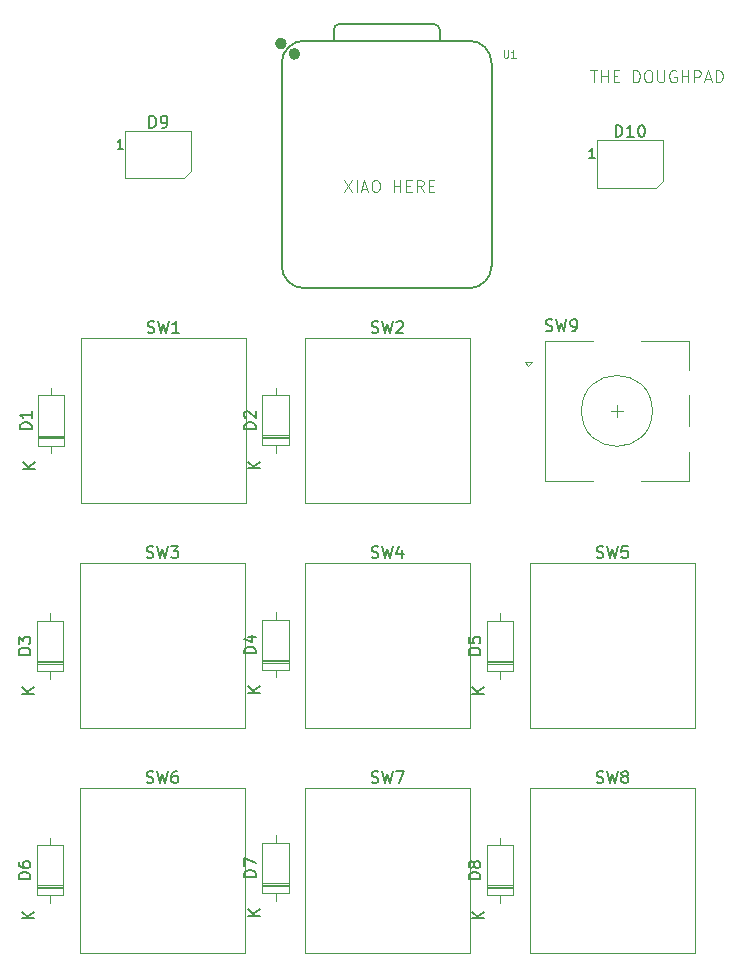
<source format=gbr>
%TF.GenerationSoftware,KiCad,Pcbnew,9.0.3*%
%TF.CreationDate,2025-08-10T10:47:53+08:00*%
%TF.ProjectId,HackPad Schematic,4861636b-5061-4642-9053-6368656d6174,rev?*%
%TF.SameCoordinates,Original*%
%TF.FileFunction,Legend,Top*%
%TF.FilePolarity,Positive*%
%FSLAX46Y46*%
G04 Gerber Fmt 4.6, Leading zero omitted, Abs format (unit mm)*
G04 Created by KiCad (PCBNEW 9.0.3) date 2025-08-10 10:47:53*
%MOMM*%
%LPD*%
G01*
G04 APERTURE LIST*
%ADD10C,0.100000*%
%ADD11C,0.150000*%
%ADD12C,0.101600*%
%ADD13C,0.120000*%
%ADD14C,0.127000*%
%ADD15C,0.504000*%
G04 APERTURE END LIST*
D10*
X124608646Y-91572419D02*
X125275312Y-92572419D01*
X125275312Y-91572419D02*
X124608646Y-92572419D01*
X125656265Y-92572419D02*
X125656265Y-91572419D01*
X126084836Y-92286704D02*
X126561026Y-92286704D01*
X125989598Y-92572419D02*
X126322931Y-91572419D01*
X126322931Y-91572419D02*
X126656264Y-92572419D01*
X127180074Y-91572419D02*
X127370550Y-91572419D01*
X127370550Y-91572419D02*
X127465788Y-91620038D01*
X127465788Y-91620038D02*
X127561026Y-91715276D01*
X127561026Y-91715276D02*
X127608645Y-91905752D01*
X127608645Y-91905752D02*
X127608645Y-92239085D01*
X127608645Y-92239085D02*
X127561026Y-92429561D01*
X127561026Y-92429561D02*
X127465788Y-92524800D01*
X127465788Y-92524800D02*
X127370550Y-92572419D01*
X127370550Y-92572419D02*
X127180074Y-92572419D01*
X127180074Y-92572419D02*
X127084836Y-92524800D01*
X127084836Y-92524800D02*
X126989598Y-92429561D01*
X126989598Y-92429561D02*
X126941979Y-92239085D01*
X126941979Y-92239085D02*
X126941979Y-91905752D01*
X126941979Y-91905752D02*
X126989598Y-91715276D01*
X126989598Y-91715276D02*
X127084836Y-91620038D01*
X127084836Y-91620038D02*
X127180074Y-91572419D01*
X128799122Y-92572419D02*
X128799122Y-91572419D01*
X128799122Y-92048609D02*
X129370550Y-92048609D01*
X129370550Y-92572419D02*
X129370550Y-91572419D01*
X129846741Y-92048609D02*
X130180074Y-92048609D01*
X130322931Y-92572419D02*
X129846741Y-92572419D01*
X129846741Y-92572419D02*
X129846741Y-91572419D01*
X129846741Y-91572419D02*
X130322931Y-91572419D01*
X131322931Y-92572419D02*
X130989598Y-92096228D01*
X130751503Y-92572419D02*
X130751503Y-91572419D01*
X130751503Y-91572419D02*
X131132455Y-91572419D01*
X131132455Y-91572419D02*
X131227693Y-91620038D01*
X131227693Y-91620038D02*
X131275312Y-91667657D01*
X131275312Y-91667657D02*
X131322931Y-91762895D01*
X131322931Y-91762895D02*
X131322931Y-91905752D01*
X131322931Y-91905752D02*
X131275312Y-92000990D01*
X131275312Y-92000990D02*
X131227693Y-92048609D01*
X131227693Y-92048609D02*
X131132455Y-92096228D01*
X131132455Y-92096228D02*
X130751503Y-92096228D01*
X131751503Y-92048609D02*
X132084836Y-92048609D01*
X132227693Y-92572419D02*
X131751503Y-92572419D01*
X131751503Y-92572419D02*
X131751503Y-91572419D01*
X131751503Y-91572419D02*
X132227693Y-91572419D01*
X145461027Y-82272419D02*
X146032455Y-82272419D01*
X145746741Y-83272419D02*
X145746741Y-82272419D01*
X146365789Y-83272419D02*
X146365789Y-82272419D01*
X146365789Y-82748609D02*
X146937217Y-82748609D01*
X146937217Y-83272419D02*
X146937217Y-82272419D01*
X147413408Y-82748609D02*
X147746741Y-82748609D01*
X147889598Y-83272419D02*
X147413408Y-83272419D01*
X147413408Y-83272419D02*
X147413408Y-82272419D01*
X147413408Y-82272419D02*
X147889598Y-82272419D01*
X149080075Y-83272419D02*
X149080075Y-82272419D01*
X149080075Y-82272419D02*
X149318170Y-82272419D01*
X149318170Y-82272419D02*
X149461027Y-82320038D01*
X149461027Y-82320038D02*
X149556265Y-82415276D01*
X149556265Y-82415276D02*
X149603884Y-82510514D01*
X149603884Y-82510514D02*
X149651503Y-82700990D01*
X149651503Y-82700990D02*
X149651503Y-82843847D01*
X149651503Y-82843847D02*
X149603884Y-83034323D01*
X149603884Y-83034323D02*
X149556265Y-83129561D01*
X149556265Y-83129561D02*
X149461027Y-83224800D01*
X149461027Y-83224800D02*
X149318170Y-83272419D01*
X149318170Y-83272419D02*
X149080075Y-83272419D01*
X150270551Y-82272419D02*
X150461027Y-82272419D01*
X150461027Y-82272419D02*
X150556265Y-82320038D01*
X150556265Y-82320038D02*
X150651503Y-82415276D01*
X150651503Y-82415276D02*
X150699122Y-82605752D01*
X150699122Y-82605752D02*
X150699122Y-82939085D01*
X150699122Y-82939085D02*
X150651503Y-83129561D01*
X150651503Y-83129561D02*
X150556265Y-83224800D01*
X150556265Y-83224800D02*
X150461027Y-83272419D01*
X150461027Y-83272419D02*
X150270551Y-83272419D01*
X150270551Y-83272419D02*
X150175313Y-83224800D01*
X150175313Y-83224800D02*
X150080075Y-83129561D01*
X150080075Y-83129561D02*
X150032456Y-82939085D01*
X150032456Y-82939085D02*
X150032456Y-82605752D01*
X150032456Y-82605752D02*
X150080075Y-82415276D01*
X150080075Y-82415276D02*
X150175313Y-82320038D01*
X150175313Y-82320038D02*
X150270551Y-82272419D01*
X151127694Y-82272419D02*
X151127694Y-83081942D01*
X151127694Y-83081942D02*
X151175313Y-83177180D01*
X151175313Y-83177180D02*
X151222932Y-83224800D01*
X151222932Y-83224800D02*
X151318170Y-83272419D01*
X151318170Y-83272419D02*
X151508646Y-83272419D01*
X151508646Y-83272419D02*
X151603884Y-83224800D01*
X151603884Y-83224800D02*
X151651503Y-83177180D01*
X151651503Y-83177180D02*
X151699122Y-83081942D01*
X151699122Y-83081942D02*
X151699122Y-82272419D01*
X152699122Y-82320038D02*
X152603884Y-82272419D01*
X152603884Y-82272419D02*
X152461027Y-82272419D01*
X152461027Y-82272419D02*
X152318170Y-82320038D01*
X152318170Y-82320038D02*
X152222932Y-82415276D01*
X152222932Y-82415276D02*
X152175313Y-82510514D01*
X152175313Y-82510514D02*
X152127694Y-82700990D01*
X152127694Y-82700990D02*
X152127694Y-82843847D01*
X152127694Y-82843847D02*
X152175313Y-83034323D01*
X152175313Y-83034323D02*
X152222932Y-83129561D01*
X152222932Y-83129561D02*
X152318170Y-83224800D01*
X152318170Y-83224800D02*
X152461027Y-83272419D01*
X152461027Y-83272419D02*
X152556265Y-83272419D01*
X152556265Y-83272419D02*
X152699122Y-83224800D01*
X152699122Y-83224800D02*
X152746741Y-83177180D01*
X152746741Y-83177180D02*
X152746741Y-82843847D01*
X152746741Y-82843847D02*
X152556265Y-82843847D01*
X153175313Y-83272419D02*
X153175313Y-82272419D01*
X153175313Y-82748609D02*
X153746741Y-82748609D01*
X153746741Y-83272419D02*
X153746741Y-82272419D01*
X154222932Y-83272419D02*
X154222932Y-82272419D01*
X154222932Y-82272419D02*
X154603884Y-82272419D01*
X154603884Y-82272419D02*
X154699122Y-82320038D01*
X154699122Y-82320038D02*
X154746741Y-82367657D01*
X154746741Y-82367657D02*
X154794360Y-82462895D01*
X154794360Y-82462895D02*
X154794360Y-82605752D01*
X154794360Y-82605752D02*
X154746741Y-82700990D01*
X154746741Y-82700990D02*
X154699122Y-82748609D01*
X154699122Y-82748609D02*
X154603884Y-82796228D01*
X154603884Y-82796228D02*
X154222932Y-82796228D01*
X155175313Y-82986704D02*
X155651503Y-82986704D01*
X155080075Y-83272419D02*
X155413408Y-82272419D01*
X155413408Y-82272419D02*
X155746741Y-83272419D01*
X156080075Y-83272419D02*
X156080075Y-82272419D01*
X156080075Y-82272419D02*
X156318170Y-82272419D01*
X156318170Y-82272419D02*
X156461027Y-82320038D01*
X156461027Y-82320038D02*
X156556265Y-82415276D01*
X156556265Y-82415276D02*
X156603884Y-82510514D01*
X156603884Y-82510514D02*
X156651503Y-82700990D01*
X156651503Y-82700990D02*
X156651503Y-82843847D01*
X156651503Y-82843847D02*
X156603884Y-83034323D01*
X156603884Y-83034323D02*
X156556265Y-83129561D01*
X156556265Y-83129561D02*
X156461027Y-83224800D01*
X156461027Y-83224800D02*
X156318170Y-83272419D01*
X156318170Y-83272419D02*
X156080075Y-83272419D01*
D11*
X117134819Y-112638094D02*
X116134819Y-112638094D01*
X116134819Y-112638094D02*
X116134819Y-112399999D01*
X116134819Y-112399999D02*
X116182438Y-112257142D01*
X116182438Y-112257142D02*
X116277676Y-112161904D01*
X116277676Y-112161904D02*
X116372914Y-112114285D01*
X116372914Y-112114285D02*
X116563390Y-112066666D01*
X116563390Y-112066666D02*
X116706247Y-112066666D01*
X116706247Y-112066666D02*
X116896723Y-112114285D01*
X116896723Y-112114285D02*
X116991961Y-112161904D01*
X116991961Y-112161904D02*
X117087200Y-112257142D01*
X117087200Y-112257142D02*
X117134819Y-112399999D01*
X117134819Y-112399999D02*
X117134819Y-112638094D01*
X116230057Y-111685713D02*
X116182438Y-111638094D01*
X116182438Y-111638094D02*
X116134819Y-111542856D01*
X116134819Y-111542856D02*
X116134819Y-111304761D01*
X116134819Y-111304761D02*
X116182438Y-111209523D01*
X116182438Y-111209523D02*
X116230057Y-111161904D01*
X116230057Y-111161904D02*
X116325295Y-111114285D01*
X116325295Y-111114285D02*
X116420533Y-111114285D01*
X116420533Y-111114285D02*
X116563390Y-111161904D01*
X116563390Y-111161904D02*
X117134819Y-111733332D01*
X117134819Y-111733332D02*
X117134819Y-111114285D01*
X117454819Y-115971904D02*
X116454819Y-115971904D01*
X117454819Y-115400476D02*
X116883390Y-115829047D01*
X116454819Y-115400476D02*
X117026247Y-115971904D01*
X147585714Y-87904819D02*
X147585714Y-86904819D01*
X147585714Y-86904819D02*
X147823809Y-86904819D01*
X147823809Y-86904819D02*
X147966666Y-86952438D01*
X147966666Y-86952438D02*
X148061904Y-87047676D01*
X148061904Y-87047676D02*
X148109523Y-87142914D01*
X148109523Y-87142914D02*
X148157142Y-87333390D01*
X148157142Y-87333390D02*
X148157142Y-87476247D01*
X148157142Y-87476247D02*
X148109523Y-87666723D01*
X148109523Y-87666723D02*
X148061904Y-87761961D01*
X148061904Y-87761961D02*
X147966666Y-87857200D01*
X147966666Y-87857200D02*
X147823809Y-87904819D01*
X147823809Y-87904819D02*
X147585714Y-87904819D01*
X149109523Y-87904819D02*
X148538095Y-87904819D01*
X148823809Y-87904819D02*
X148823809Y-86904819D01*
X148823809Y-86904819D02*
X148728571Y-87047676D01*
X148728571Y-87047676D02*
X148633333Y-87142914D01*
X148633333Y-87142914D02*
X148538095Y-87190533D01*
X149728571Y-86904819D02*
X149823809Y-86904819D01*
X149823809Y-86904819D02*
X149919047Y-86952438D01*
X149919047Y-86952438D02*
X149966666Y-87000057D01*
X149966666Y-87000057D02*
X150014285Y-87095295D01*
X150014285Y-87095295D02*
X150061904Y-87285771D01*
X150061904Y-87285771D02*
X150061904Y-87523866D01*
X150061904Y-87523866D02*
X150014285Y-87714342D01*
X150014285Y-87714342D02*
X149966666Y-87809580D01*
X149966666Y-87809580D02*
X149919047Y-87857200D01*
X149919047Y-87857200D02*
X149823809Y-87904819D01*
X149823809Y-87904819D02*
X149728571Y-87904819D01*
X149728571Y-87904819D02*
X149633333Y-87857200D01*
X149633333Y-87857200D02*
X149585714Y-87809580D01*
X149585714Y-87809580D02*
X149538095Y-87714342D01*
X149538095Y-87714342D02*
X149490476Y-87523866D01*
X149490476Y-87523866D02*
X149490476Y-87285771D01*
X149490476Y-87285771D02*
X149538095Y-87095295D01*
X149538095Y-87095295D02*
X149585714Y-87000057D01*
X149585714Y-87000057D02*
X149633333Y-86952438D01*
X149633333Y-86952438D02*
X149728571Y-86904819D01*
X145828571Y-89687295D02*
X145371428Y-89687295D01*
X145600000Y-89687295D02*
X145600000Y-88887295D01*
X145600000Y-88887295D02*
X145523809Y-89001580D01*
X145523809Y-89001580D02*
X145447619Y-89077771D01*
X145447619Y-89077771D02*
X145371428Y-89115866D01*
X107970167Y-104451950D02*
X108113024Y-104499569D01*
X108113024Y-104499569D02*
X108351119Y-104499569D01*
X108351119Y-104499569D02*
X108446357Y-104451950D01*
X108446357Y-104451950D02*
X108493976Y-104404330D01*
X108493976Y-104404330D02*
X108541595Y-104309092D01*
X108541595Y-104309092D02*
X108541595Y-104213854D01*
X108541595Y-104213854D02*
X108493976Y-104118616D01*
X108493976Y-104118616D02*
X108446357Y-104070997D01*
X108446357Y-104070997D02*
X108351119Y-104023378D01*
X108351119Y-104023378D02*
X108160643Y-103975759D01*
X108160643Y-103975759D02*
X108065405Y-103928140D01*
X108065405Y-103928140D02*
X108017786Y-103880521D01*
X108017786Y-103880521D02*
X107970167Y-103785283D01*
X107970167Y-103785283D02*
X107970167Y-103690045D01*
X107970167Y-103690045D02*
X108017786Y-103594807D01*
X108017786Y-103594807D02*
X108065405Y-103547188D01*
X108065405Y-103547188D02*
X108160643Y-103499569D01*
X108160643Y-103499569D02*
X108398738Y-103499569D01*
X108398738Y-103499569D02*
X108541595Y-103547188D01*
X108874929Y-103499569D02*
X109113024Y-104499569D01*
X109113024Y-104499569D02*
X109303500Y-103785283D01*
X109303500Y-103785283D02*
X109493976Y-104499569D01*
X109493976Y-104499569D02*
X109732072Y-103499569D01*
X110636833Y-104499569D02*
X110065405Y-104499569D01*
X110351119Y-104499569D02*
X110351119Y-103499569D01*
X110351119Y-103499569D02*
X110255881Y-103642426D01*
X110255881Y-103642426D02*
X110160643Y-103737664D01*
X110160643Y-103737664D02*
X110065405Y-103785283D01*
X98134819Y-112656844D02*
X97134819Y-112656844D01*
X97134819Y-112656844D02*
X97134819Y-112418749D01*
X97134819Y-112418749D02*
X97182438Y-112275892D01*
X97182438Y-112275892D02*
X97277676Y-112180654D01*
X97277676Y-112180654D02*
X97372914Y-112133035D01*
X97372914Y-112133035D02*
X97563390Y-112085416D01*
X97563390Y-112085416D02*
X97706247Y-112085416D01*
X97706247Y-112085416D02*
X97896723Y-112133035D01*
X97896723Y-112133035D02*
X97991961Y-112180654D01*
X97991961Y-112180654D02*
X98087200Y-112275892D01*
X98087200Y-112275892D02*
X98134819Y-112418749D01*
X98134819Y-112418749D02*
X98134819Y-112656844D01*
X98134819Y-111133035D02*
X98134819Y-111704463D01*
X98134819Y-111418749D02*
X97134819Y-111418749D01*
X97134819Y-111418749D02*
X97277676Y-111513987D01*
X97277676Y-111513987D02*
X97372914Y-111609225D01*
X97372914Y-111609225D02*
X97420533Y-111704463D01*
X98454819Y-115990654D02*
X97454819Y-115990654D01*
X98454819Y-115419226D02*
X97883390Y-115847797D01*
X97454819Y-115419226D02*
X98026247Y-115990654D01*
X108111905Y-87129819D02*
X108111905Y-86129819D01*
X108111905Y-86129819D02*
X108350000Y-86129819D01*
X108350000Y-86129819D02*
X108492857Y-86177438D01*
X108492857Y-86177438D02*
X108588095Y-86272676D01*
X108588095Y-86272676D02*
X108635714Y-86367914D01*
X108635714Y-86367914D02*
X108683333Y-86558390D01*
X108683333Y-86558390D02*
X108683333Y-86701247D01*
X108683333Y-86701247D02*
X108635714Y-86891723D01*
X108635714Y-86891723D02*
X108588095Y-86986961D01*
X108588095Y-86986961D02*
X108492857Y-87082200D01*
X108492857Y-87082200D02*
X108350000Y-87129819D01*
X108350000Y-87129819D02*
X108111905Y-87129819D01*
X109159524Y-87129819D02*
X109350000Y-87129819D01*
X109350000Y-87129819D02*
X109445238Y-87082200D01*
X109445238Y-87082200D02*
X109492857Y-87034580D01*
X109492857Y-87034580D02*
X109588095Y-86891723D01*
X109588095Y-86891723D02*
X109635714Y-86701247D01*
X109635714Y-86701247D02*
X109635714Y-86320295D01*
X109635714Y-86320295D02*
X109588095Y-86225057D01*
X109588095Y-86225057D02*
X109540476Y-86177438D01*
X109540476Y-86177438D02*
X109445238Y-86129819D01*
X109445238Y-86129819D02*
X109254762Y-86129819D01*
X109254762Y-86129819D02*
X109159524Y-86177438D01*
X109159524Y-86177438D02*
X109111905Y-86225057D01*
X109111905Y-86225057D02*
X109064286Y-86320295D01*
X109064286Y-86320295D02*
X109064286Y-86558390D01*
X109064286Y-86558390D02*
X109111905Y-86653628D01*
X109111905Y-86653628D02*
X109159524Y-86701247D01*
X109159524Y-86701247D02*
X109254762Y-86748866D01*
X109254762Y-86748866D02*
X109445238Y-86748866D01*
X109445238Y-86748866D02*
X109540476Y-86701247D01*
X109540476Y-86701247D02*
X109588095Y-86653628D01*
X109588095Y-86653628D02*
X109635714Y-86558390D01*
X105878571Y-88912295D02*
X105421428Y-88912295D01*
X105650000Y-88912295D02*
X105650000Y-88112295D01*
X105650000Y-88112295D02*
X105573809Y-88226580D01*
X105573809Y-88226580D02*
X105497619Y-88302771D01*
X105497619Y-88302771D02*
X105421428Y-88340866D01*
X136134819Y-131738094D02*
X135134819Y-131738094D01*
X135134819Y-131738094D02*
X135134819Y-131499999D01*
X135134819Y-131499999D02*
X135182438Y-131357142D01*
X135182438Y-131357142D02*
X135277676Y-131261904D01*
X135277676Y-131261904D02*
X135372914Y-131214285D01*
X135372914Y-131214285D02*
X135563390Y-131166666D01*
X135563390Y-131166666D02*
X135706247Y-131166666D01*
X135706247Y-131166666D02*
X135896723Y-131214285D01*
X135896723Y-131214285D02*
X135991961Y-131261904D01*
X135991961Y-131261904D02*
X136087200Y-131357142D01*
X136087200Y-131357142D02*
X136134819Y-131499999D01*
X136134819Y-131499999D02*
X136134819Y-131738094D01*
X135134819Y-130261904D02*
X135134819Y-130738094D01*
X135134819Y-130738094D02*
X135611009Y-130785713D01*
X135611009Y-130785713D02*
X135563390Y-130738094D01*
X135563390Y-130738094D02*
X135515771Y-130642856D01*
X135515771Y-130642856D02*
X135515771Y-130404761D01*
X135515771Y-130404761D02*
X135563390Y-130309523D01*
X135563390Y-130309523D02*
X135611009Y-130261904D01*
X135611009Y-130261904D02*
X135706247Y-130214285D01*
X135706247Y-130214285D02*
X135944342Y-130214285D01*
X135944342Y-130214285D02*
X136039580Y-130261904D01*
X136039580Y-130261904D02*
X136087200Y-130309523D01*
X136087200Y-130309523D02*
X136134819Y-130404761D01*
X136134819Y-130404761D02*
X136134819Y-130642856D01*
X136134819Y-130642856D02*
X136087200Y-130738094D01*
X136087200Y-130738094D02*
X136039580Y-130785713D01*
X136454819Y-135071904D02*
X135454819Y-135071904D01*
X136454819Y-134500476D02*
X135883390Y-134929047D01*
X135454819Y-134500476D02*
X136026247Y-135071904D01*
X107886667Y-142551950D02*
X108029524Y-142599569D01*
X108029524Y-142599569D02*
X108267619Y-142599569D01*
X108267619Y-142599569D02*
X108362857Y-142551950D01*
X108362857Y-142551950D02*
X108410476Y-142504330D01*
X108410476Y-142504330D02*
X108458095Y-142409092D01*
X108458095Y-142409092D02*
X108458095Y-142313854D01*
X108458095Y-142313854D02*
X108410476Y-142218616D01*
X108410476Y-142218616D02*
X108362857Y-142170997D01*
X108362857Y-142170997D02*
X108267619Y-142123378D01*
X108267619Y-142123378D02*
X108077143Y-142075759D01*
X108077143Y-142075759D02*
X107981905Y-142028140D01*
X107981905Y-142028140D02*
X107934286Y-141980521D01*
X107934286Y-141980521D02*
X107886667Y-141885283D01*
X107886667Y-141885283D02*
X107886667Y-141790045D01*
X107886667Y-141790045D02*
X107934286Y-141694807D01*
X107934286Y-141694807D02*
X107981905Y-141647188D01*
X107981905Y-141647188D02*
X108077143Y-141599569D01*
X108077143Y-141599569D02*
X108315238Y-141599569D01*
X108315238Y-141599569D02*
X108458095Y-141647188D01*
X108791429Y-141599569D02*
X109029524Y-142599569D01*
X109029524Y-142599569D02*
X109220000Y-141885283D01*
X109220000Y-141885283D02*
X109410476Y-142599569D01*
X109410476Y-142599569D02*
X109648572Y-141599569D01*
X110458095Y-141599569D02*
X110267619Y-141599569D01*
X110267619Y-141599569D02*
X110172381Y-141647188D01*
X110172381Y-141647188D02*
X110124762Y-141694807D01*
X110124762Y-141694807D02*
X110029524Y-141837664D01*
X110029524Y-141837664D02*
X109981905Y-142028140D01*
X109981905Y-142028140D02*
X109981905Y-142409092D01*
X109981905Y-142409092D02*
X110029524Y-142504330D01*
X110029524Y-142504330D02*
X110077143Y-142551950D01*
X110077143Y-142551950D02*
X110172381Y-142599569D01*
X110172381Y-142599569D02*
X110362857Y-142599569D01*
X110362857Y-142599569D02*
X110458095Y-142551950D01*
X110458095Y-142551950D02*
X110505714Y-142504330D01*
X110505714Y-142504330D02*
X110553333Y-142409092D01*
X110553333Y-142409092D02*
X110553333Y-142170997D01*
X110553333Y-142170997D02*
X110505714Y-142075759D01*
X110505714Y-142075759D02*
X110458095Y-142028140D01*
X110458095Y-142028140D02*
X110362857Y-141980521D01*
X110362857Y-141980521D02*
X110172381Y-141980521D01*
X110172381Y-141980521D02*
X110077143Y-142028140D01*
X110077143Y-142028140D02*
X110029524Y-142075759D01*
X110029524Y-142075759D02*
X109981905Y-142170997D01*
X117134819Y-150548094D02*
X116134819Y-150548094D01*
X116134819Y-150548094D02*
X116134819Y-150309999D01*
X116134819Y-150309999D02*
X116182438Y-150167142D01*
X116182438Y-150167142D02*
X116277676Y-150071904D01*
X116277676Y-150071904D02*
X116372914Y-150024285D01*
X116372914Y-150024285D02*
X116563390Y-149976666D01*
X116563390Y-149976666D02*
X116706247Y-149976666D01*
X116706247Y-149976666D02*
X116896723Y-150024285D01*
X116896723Y-150024285D02*
X116991961Y-150071904D01*
X116991961Y-150071904D02*
X117087200Y-150167142D01*
X117087200Y-150167142D02*
X117134819Y-150309999D01*
X117134819Y-150309999D02*
X117134819Y-150548094D01*
X116134819Y-149643332D02*
X116134819Y-148976666D01*
X116134819Y-148976666D02*
X117134819Y-149405237D01*
X117454819Y-153881904D02*
X116454819Y-153881904D01*
X117454819Y-153310476D02*
X116883390Y-153739047D01*
X116454819Y-153310476D02*
X117026247Y-153881904D01*
X107886667Y-123501950D02*
X108029524Y-123549569D01*
X108029524Y-123549569D02*
X108267619Y-123549569D01*
X108267619Y-123549569D02*
X108362857Y-123501950D01*
X108362857Y-123501950D02*
X108410476Y-123454330D01*
X108410476Y-123454330D02*
X108458095Y-123359092D01*
X108458095Y-123359092D02*
X108458095Y-123263854D01*
X108458095Y-123263854D02*
X108410476Y-123168616D01*
X108410476Y-123168616D02*
X108362857Y-123120997D01*
X108362857Y-123120997D02*
X108267619Y-123073378D01*
X108267619Y-123073378D02*
X108077143Y-123025759D01*
X108077143Y-123025759D02*
X107981905Y-122978140D01*
X107981905Y-122978140D02*
X107934286Y-122930521D01*
X107934286Y-122930521D02*
X107886667Y-122835283D01*
X107886667Y-122835283D02*
X107886667Y-122740045D01*
X107886667Y-122740045D02*
X107934286Y-122644807D01*
X107934286Y-122644807D02*
X107981905Y-122597188D01*
X107981905Y-122597188D02*
X108077143Y-122549569D01*
X108077143Y-122549569D02*
X108315238Y-122549569D01*
X108315238Y-122549569D02*
X108458095Y-122597188D01*
X108791429Y-122549569D02*
X109029524Y-123549569D01*
X109029524Y-123549569D02*
X109220000Y-122835283D01*
X109220000Y-122835283D02*
X109410476Y-123549569D01*
X109410476Y-123549569D02*
X109648572Y-122549569D01*
X109934286Y-122549569D02*
X110553333Y-122549569D01*
X110553333Y-122549569D02*
X110220000Y-122930521D01*
X110220000Y-122930521D02*
X110362857Y-122930521D01*
X110362857Y-122930521D02*
X110458095Y-122978140D01*
X110458095Y-122978140D02*
X110505714Y-123025759D01*
X110505714Y-123025759D02*
X110553333Y-123120997D01*
X110553333Y-123120997D02*
X110553333Y-123359092D01*
X110553333Y-123359092D02*
X110505714Y-123454330D01*
X110505714Y-123454330D02*
X110458095Y-123501950D01*
X110458095Y-123501950D02*
X110362857Y-123549569D01*
X110362857Y-123549569D02*
X110077143Y-123549569D01*
X110077143Y-123549569D02*
X109981905Y-123501950D01*
X109981905Y-123501950D02*
X109934286Y-123454330D01*
X126936667Y-142551950D02*
X127079524Y-142599569D01*
X127079524Y-142599569D02*
X127317619Y-142599569D01*
X127317619Y-142599569D02*
X127412857Y-142551950D01*
X127412857Y-142551950D02*
X127460476Y-142504330D01*
X127460476Y-142504330D02*
X127508095Y-142409092D01*
X127508095Y-142409092D02*
X127508095Y-142313854D01*
X127508095Y-142313854D02*
X127460476Y-142218616D01*
X127460476Y-142218616D02*
X127412857Y-142170997D01*
X127412857Y-142170997D02*
X127317619Y-142123378D01*
X127317619Y-142123378D02*
X127127143Y-142075759D01*
X127127143Y-142075759D02*
X127031905Y-142028140D01*
X127031905Y-142028140D02*
X126984286Y-141980521D01*
X126984286Y-141980521D02*
X126936667Y-141885283D01*
X126936667Y-141885283D02*
X126936667Y-141790045D01*
X126936667Y-141790045D02*
X126984286Y-141694807D01*
X126984286Y-141694807D02*
X127031905Y-141647188D01*
X127031905Y-141647188D02*
X127127143Y-141599569D01*
X127127143Y-141599569D02*
X127365238Y-141599569D01*
X127365238Y-141599569D02*
X127508095Y-141647188D01*
X127841429Y-141599569D02*
X128079524Y-142599569D01*
X128079524Y-142599569D02*
X128270000Y-141885283D01*
X128270000Y-141885283D02*
X128460476Y-142599569D01*
X128460476Y-142599569D02*
X128698572Y-141599569D01*
X128984286Y-141599569D02*
X129650952Y-141599569D01*
X129650952Y-141599569D02*
X129222381Y-142599569D01*
D12*
X138116190Y-80553479D02*
X138116190Y-81067526D01*
X138116190Y-81067526D02*
X138146428Y-81128002D01*
X138146428Y-81128002D02*
X138176666Y-81158241D01*
X138176666Y-81158241D02*
X138237142Y-81188479D01*
X138237142Y-81188479D02*
X138358095Y-81188479D01*
X138358095Y-81188479D02*
X138418571Y-81158241D01*
X138418571Y-81158241D02*
X138448809Y-81128002D01*
X138448809Y-81128002D02*
X138479047Y-81067526D01*
X138479047Y-81067526D02*
X138479047Y-80553479D01*
X139114047Y-81188479D02*
X138751190Y-81188479D01*
X138932618Y-81188479D02*
X138932618Y-80553479D01*
X138932618Y-80553479D02*
X138872142Y-80644193D01*
X138872142Y-80644193D02*
X138811666Y-80704669D01*
X138811666Y-80704669D02*
X138751190Y-80734907D01*
D11*
X117134819Y-131638094D02*
X116134819Y-131638094D01*
X116134819Y-131638094D02*
X116134819Y-131399999D01*
X116134819Y-131399999D02*
X116182438Y-131257142D01*
X116182438Y-131257142D02*
X116277676Y-131161904D01*
X116277676Y-131161904D02*
X116372914Y-131114285D01*
X116372914Y-131114285D02*
X116563390Y-131066666D01*
X116563390Y-131066666D02*
X116706247Y-131066666D01*
X116706247Y-131066666D02*
X116896723Y-131114285D01*
X116896723Y-131114285D02*
X116991961Y-131161904D01*
X116991961Y-131161904D02*
X117087200Y-131257142D01*
X117087200Y-131257142D02*
X117134819Y-131399999D01*
X117134819Y-131399999D02*
X117134819Y-131638094D01*
X116468152Y-130209523D02*
X117134819Y-130209523D01*
X116087200Y-130447618D02*
X116801485Y-130685713D01*
X116801485Y-130685713D02*
X116801485Y-130066666D01*
X117454819Y-134971904D02*
X116454819Y-134971904D01*
X117454819Y-134400476D02*
X116883390Y-134829047D01*
X116454819Y-134400476D02*
X117026247Y-134971904D01*
X141666667Y-104307200D02*
X141809524Y-104354819D01*
X141809524Y-104354819D02*
X142047619Y-104354819D01*
X142047619Y-104354819D02*
X142142857Y-104307200D01*
X142142857Y-104307200D02*
X142190476Y-104259580D01*
X142190476Y-104259580D02*
X142238095Y-104164342D01*
X142238095Y-104164342D02*
X142238095Y-104069104D01*
X142238095Y-104069104D02*
X142190476Y-103973866D01*
X142190476Y-103973866D02*
X142142857Y-103926247D01*
X142142857Y-103926247D02*
X142047619Y-103878628D01*
X142047619Y-103878628D02*
X141857143Y-103831009D01*
X141857143Y-103831009D02*
X141761905Y-103783390D01*
X141761905Y-103783390D02*
X141714286Y-103735771D01*
X141714286Y-103735771D02*
X141666667Y-103640533D01*
X141666667Y-103640533D02*
X141666667Y-103545295D01*
X141666667Y-103545295D02*
X141714286Y-103450057D01*
X141714286Y-103450057D02*
X141761905Y-103402438D01*
X141761905Y-103402438D02*
X141857143Y-103354819D01*
X141857143Y-103354819D02*
X142095238Y-103354819D01*
X142095238Y-103354819D02*
X142238095Y-103402438D01*
X142571429Y-103354819D02*
X142809524Y-104354819D01*
X142809524Y-104354819D02*
X143000000Y-103640533D01*
X143000000Y-103640533D02*
X143190476Y-104354819D01*
X143190476Y-104354819D02*
X143428572Y-103354819D01*
X143857143Y-104354819D02*
X144047619Y-104354819D01*
X144047619Y-104354819D02*
X144142857Y-104307200D01*
X144142857Y-104307200D02*
X144190476Y-104259580D01*
X144190476Y-104259580D02*
X144285714Y-104116723D01*
X144285714Y-104116723D02*
X144333333Y-103926247D01*
X144333333Y-103926247D02*
X144333333Y-103545295D01*
X144333333Y-103545295D02*
X144285714Y-103450057D01*
X144285714Y-103450057D02*
X144238095Y-103402438D01*
X144238095Y-103402438D02*
X144142857Y-103354819D01*
X144142857Y-103354819D02*
X143952381Y-103354819D01*
X143952381Y-103354819D02*
X143857143Y-103402438D01*
X143857143Y-103402438D02*
X143809524Y-103450057D01*
X143809524Y-103450057D02*
X143761905Y-103545295D01*
X143761905Y-103545295D02*
X143761905Y-103783390D01*
X143761905Y-103783390D02*
X143809524Y-103878628D01*
X143809524Y-103878628D02*
X143857143Y-103926247D01*
X143857143Y-103926247D02*
X143952381Y-103973866D01*
X143952381Y-103973866D02*
X144142857Y-103973866D01*
X144142857Y-103973866D02*
X144238095Y-103926247D01*
X144238095Y-103926247D02*
X144285714Y-103878628D01*
X144285714Y-103878628D02*
X144333333Y-103783390D01*
X98034819Y-150738094D02*
X97034819Y-150738094D01*
X97034819Y-150738094D02*
X97034819Y-150499999D01*
X97034819Y-150499999D02*
X97082438Y-150357142D01*
X97082438Y-150357142D02*
X97177676Y-150261904D01*
X97177676Y-150261904D02*
X97272914Y-150214285D01*
X97272914Y-150214285D02*
X97463390Y-150166666D01*
X97463390Y-150166666D02*
X97606247Y-150166666D01*
X97606247Y-150166666D02*
X97796723Y-150214285D01*
X97796723Y-150214285D02*
X97891961Y-150261904D01*
X97891961Y-150261904D02*
X97987200Y-150357142D01*
X97987200Y-150357142D02*
X98034819Y-150499999D01*
X98034819Y-150499999D02*
X98034819Y-150738094D01*
X97034819Y-149309523D02*
X97034819Y-149499999D01*
X97034819Y-149499999D02*
X97082438Y-149595237D01*
X97082438Y-149595237D02*
X97130057Y-149642856D01*
X97130057Y-149642856D02*
X97272914Y-149738094D01*
X97272914Y-149738094D02*
X97463390Y-149785713D01*
X97463390Y-149785713D02*
X97844342Y-149785713D01*
X97844342Y-149785713D02*
X97939580Y-149738094D01*
X97939580Y-149738094D02*
X97987200Y-149690475D01*
X97987200Y-149690475D02*
X98034819Y-149595237D01*
X98034819Y-149595237D02*
X98034819Y-149404761D01*
X98034819Y-149404761D02*
X97987200Y-149309523D01*
X97987200Y-149309523D02*
X97939580Y-149261904D01*
X97939580Y-149261904D02*
X97844342Y-149214285D01*
X97844342Y-149214285D02*
X97606247Y-149214285D01*
X97606247Y-149214285D02*
X97511009Y-149261904D01*
X97511009Y-149261904D02*
X97463390Y-149309523D01*
X97463390Y-149309523D02*
X97415771Y-149404761D01*
X97415771Y-149404761D02*
X97415771Y-149595237D01*
X97415771Y-149595237D02*
X97463390Y-149690475D01*
X97463390Y-149690475D02*
X97511009Y-149738094D01*
X97511009Y-149738094D02*
X97606247Y-149785713D01*
X98354819Y-154071904D02*
X97354819Y-154071904D01*
X98354819Y-153500476D02*
X97783390Y-153929047D01*
X97354819Y-153500476D02*
X97926247Y-154071904D01*
X126936667Y-123501950D02*
X127079524Y-123549569D01*
X127079524Y-123549569D02*
X127317619Y-123549569D01*
X127317619Y-123549569D02*
X127412857Y-123501950D01*
X127412857Y-123501950D02*
X127460476Y-123454330D01*
X127460476Y-123454330D02*
X127508095Y-123359092D01*
X127508095Y-123359092D02*
X127508095Y-123263854D01*
X127508095Y-123263854D02*
X127460476Y-123168616D01*
X127460476Y-123168616D02*
X127412857Y-123120997D01*
X127412857Y-123120997D02*
X127317619Y-123073378D01*
X127317619Y-123073378D02*
X127127143Y-123025759D01*
X127127143Y-123025759D02*
X127031905Y-122978140D01*
X127031905Y-122978140D02*
X126984286Y-122930521D01*
X126984286Y-122930521D02*
X126936667Y-122835283D01*
X126936667Y-122835283D02*
X126936667Y-122740045D01*
X126936667Y-122740045D02*
X126984286Y-122644807D01*
X126984286Y-122644807D02*
X127031905Y-122597188D01*
X127031905Y-122597188D02*
X127127143Y-122549569D01*
X127127143Y-122549569D02*
X127365238Y-122549569D01*
X127365238Y-122549569D02*
X127508095Y-122597188D01*
X127841429Y-122549569D02*
X128079524Y-123549569D01*
X128079524Y-123549569D02*
X128270000Y-122835283D01*
X128270000Y-122835283D02*
X128460476Y-123549569D01*
X128460476Y-123549569D02*
X128698572Y-122549569D01*
X129508095Y-122882902D02*
X129508095Y-123549569D01*
X129270000Y-122501950D02*
X129031905Y-123216235D01*
X129031905Y-123216235D02*
X129650952Y-123216235D01*
X136134819Y-150738094D02*
X135134819Y-150738094D01*
X135134819Y-150738094D02*
X135134819Y-150499999D01*
X135134819Y-150499999D02*
X135182438Y-150357142D01*
X135182438Y-150357142D02*
X135277676Y-150261904D01*
X135277676Y-150261904D02*
X135372914Y-150214285D01*
X135372914Y-150214285D02*
X135563390Y-150166666D01*
X135563390Y-150166666D02*
X135706247Y-150166666D01*
X135706247Y-150166666D02*
X135896723Y-150214285D01*
X135896723Y-150214285D02*
X135991961Y-150261904D01*
X135991961Y-150261904D02*
X136087200Y-150357142D01*
X136087200Y-150357142D02*
X136134819Y-150499999D01*
X136134819Y-150499999D02*
X136134819Y-150738094D01*
X135563390Y-149595237D02*
X135515771Y-149690475D01*
X135515771Y-149690475D02*
X135468152Y-149738094D01*
X135468152Y-149738094D02*
X135372914Y-149785713D01*
X135372914Y-149785713D02*
X135325295Y-149785713D01*
X135325295Y-149785713D02*
X135230057Y-149738094D01*
X135230057Y-149738094D02*
X135182438Y-149690475D01*
X135182438Y-149690475D02*
X135134819Y-149595237D01*
X135134819Y-149595237D02*
X135134819Y-149404761D01*
X135134819Y-149404761D02*
X135182438Y-149309523D01*
X135182438Y-149309523D02*
X135230057Y-149261904D01*
X135230057Y-149261904D02*
X135325295Y-149214285D01*
X135325295Y-149214285D02*
X135372914Y-149214285D01*
X135372914Y-149214285D02*
X135468152Y-149261904D01*
X135468152Y-149261904D02*
X135515771Y-149309523D01*
X135515771Y-149309523D02*
X135563390Y-149404761D01*
X135563390Y-149404761D02*
X135563390Y-149595237D01*
X135563390Y-149595237D02*
X135611009Y-149690475D01*
X135611009Y-149690475D02*
X135658628Y-149738094D01*
X135658628Y-149738094D02*
X135753866Y-149785713D01*
X135753866Y-149785713D02*
X135944342Y-149785713D01*
X135944342Y-149785713D02*
X136039580Y-149738094D01*
X136039580Y-149738094D02*
X136087200Y-149690475D01*
X136087200Y-149690475D02*
X136134819Y-149595237D01*
X136134819Y-149595237D02*
X136134819Y-149404761D01*
X136134819Y-149404761D02*
X136087200Y-149309523D01*
X136087200Y-149309523D02*
X136039580Y-149261904D01*
X136039580Y-149261904D02*
X135944342Y-149214285D01*
X135944342Y-149214285D02*
X135753866Y-149214285D01*
X135753866Y-149214285D02*
X135658628Y-149261904D01*
X135658628Y-149261904D02*
X135611009Y-149309523D01*
X135611009Y-149309523D02*
X135563390Y-149404761D01*
X136454819Y-154071904D02*
X135454819Y-154071904D01*
X136454819Y-153500476D02*
X135883390Y-153929047D01*
X135454819Y-153500476D02*
X136026247Y-154071904D01*
X145986667Y-142551950D02*
X146129524Y-142599569D01*
X146129524Y-142599569D02*
X146367619Y-142599569D01*
X146367619Y-142599569D02*
X146462857Y-142551950D01*
X146462857Y-142551950D02*
X146510476Y-142504330D01*
X146510476Y-142504330D02*
X146558095Y-142409092D01*
X146558095Y-142409092D02*
X146558095Y-142313854D01*
X146558095Y-142313854D02*
X146510476Y-142218616D01*
X146510476Y-142218616D02*
X146462857Y-142170997D01*
X146462857Y-142170997D02*
X146367619Y-142123378D01*
X146367619Y-142123378D02*
X146177143Y-142075759D01*
X146177143Y-142075759D02*
X146081905Y-142028140D01*
X146081905Y-142028140D02*
X146034286Y-141980521D01*
X146034286Y-141980521D02*
X145986667Y-141885283D01*
X145986667Y-141885283D02*
X145986667Y-141790045D01*
X145986667Y-141790045D02*
X146034286Y-141694807D01*
X146034286Y-141694807D02*
X146081905Y-141647188D01*
X146081905Y-141647188D02*
X146177143Y-141599569D01*
X146177143Y-141599569D02*
X146415238Y-141599569D01*
X146415238Y-141599569D02*
X146558095Y-141647188D01*
X146891429Y-141599569D02*
X147129524Y-142599569D01*
X147129524Y-142599569D02*
X147320000Y-141885283D01*
X147320000Y-141885283D02*
X147510476Y-142599569D01*
X147510476Y-142599569D02*
X147748572Y-141599569D01*
X148272381Y-142028140D02*
X148177143Y-141980521D01*
X148177143Y-141980521D02*
X148129524Y-141932902D01*
X148129524Y-141932902D02*
X148081905Y-141837664D01*
X148081905Y-141837664D02*
X148081905Y-141790045D01*
X148081905Y-141790045D02*
X148129524Y-141694807D01*
X148129524Y-141694807D02*
X148177143Y-141647188D01*
X148177143Y-141647188D02*
X148272381Y-141599569D01*
X148272381Y-141599569D02*
X148462857Y-141599569D01*
X148462857Y-141599569D02*
X148558095Y-141647188D01*
X148558095Y-141647188D02*
X148605714Y-141694807D01*
X148605714Y-141694807D02*
X148653333Y-141790045D01*
X148653333Y-141790045D02*
X148653333Y-141837664D01*
X148653333Y-141837664D02*
X148605714Y-141932902D01*
X148605714Y-141932902D02*
X148558095Y-141980521D01*
X148558095Y-141980521D02*
X148462857Y-142028140D01*
X148462857Y-142028140D02*
X148272381Y-142028140D01*
X148272381Y-142028140D02*
X148177143Y-142075759D01*
X148177143Y-142075759D02*
X148129524Y-142123378D01*
X148129524Y-142123378D02*
X148081905Y-142218616D01*
X148081905Y-142218616D02*
X148081905Y-142409092D01*
X148081905Y-142409092D02*
X148129524Y-142504330D01*
X148129524Y-142504330D02*
X148177143Y-142551950D01*
X148177143Y-142551950D02*
X148272381Y-142599569D01*
X148272381Y-142599569D02*
X148462857Y-142599569D01*
X148462857Y-142599569D02*
X148558095Y-142551950D01*
X148558095Y-142551950D02*
X148605714Y-142504330D01*
X148605714Y-142504330D02*
X148653333Y-142409092D01*
X148653333Y-142409092D02*
X148653333Y-142218616D01*
X148653333Y-142218616D02*
X148605714Y-142123378D01*
X148605714Y-142123378D02*
X148558095Y-142075759D01*
X148558095Y-142075759D02*
X148462857Y-142028140D01*
X98034819Y-131738094D02*
X97034819Y-131738094D01*
X97034819Y-131738094D02*
X97034819Y-131499999D01*
X97034819Y-131499999D02*
X97082438Y-131357142D01*
X97082438Y-131357142D02*
X97177676Y-131261904D01*
X97177676Y-131261904D02*
X97272914Y-131214285D01*
X97272914Y-131214285D02*
X97463390Y-131166666D01*
X97463390Y-131166666D02*
X97606247Y-131166666D01*
X97606247Y-131166666D02*
X97796723Y-131214285D01*
X97796723Y-131214285D02*
X97891961Y-131261904D01*
X97891961Y-131261904D02*
X97987200Y-131357142D01*
X97987200Y-131357142D02*
X98034819Y-131499999D01*
X98034819Y-131499999D02*
X98034819Y-131738094D01*
X97034819Y-130833332D02*
X97034819Y-130214285D01*
X97034819Y-130214285D02*
X97415771Y-130547618D01*
X97415771Y-130547618D02*
X97415771Y-130404761D01*
X97415771Y-130404761D02*
X97463390Y-130309523D01*
X97463390Y-130309523D02*
X97511009Y-130261904D01*
X97511009Y-130261904D02*
X97606247Y-130214285D01*
X97606247Y-130214285D02*
X97844342Y-130214285D01*
X97844342Y-130214285D02*
X97939580Y-130261904D01*
X97939580Y-130261904D02*
X97987200Y-130309523D01*
X97987200Y-130309523D02*
X98034819Y-130404761D01*
X98034819Y-130404761D02*
X98034819Y-130690475D01*
X98034819Y-130690475D02*
X97987200Y-130785713D01*
X97987200Y-130785713D02*
X97939580Y-130833332D01*
X98354819Y-135071904D02*
X97354819Y-135071904D01*
X98354819Y-134500476D02*
X97783390Y-134929047D01*
X97354819Y-134500476D02*
X97926247Y-135071904D01*
X126936667Y-104451950D02*
X127079524Y-104499569D01*
X127079524Y-104499569D02*
X127317619Y-104499569D01*
X127317619Y-104499569D02*
X127412857Y-104451950D01*
X127412857Y-104451950D02*
X127460476Y-104404330D01*
X127460476Y-104404330D02*
X127508095Y-104309092D01*
X127508095Y-104309092D02*
X127508095Y-104213854D01*
X127508095Y-104213854D02*
X127460476Y-104118616D01*
X127460476Y-104118616D02*
X127412857Y-104070997D01*
X127412857Y-104070997D02*
X127317619Y-104023378D01*
X127317619Y-104023378D02*
X127127143Y-103975759D01*
X127127143Y-103975759D02*
X127031905Y-103928140D01*
X127031905Y-103928140D02*
X126984286Y-103880521D01*
X126984286Y-103880521D02*
X126936667Y-103785283D01*
X126936667Y-103785283D02*
X126936667Y-103690045D01*
X126936667Y-103690045D02*
X126984286Y-103594807D01*
X126984286Y-103594807D02*
X127031905Y-103547188D01*
X127031905Y-103547188D02*
X127127143Y-103499569D01*
X127127143Y-103499569D02*
X127365238Y-103499569D01*
X127365238Y-103499569D02*
X127508095Y-103547188D01*
X127841429Y-103499569D02*
X128079524Y-104499569D01*
X128079524Y-104499569D02*
X128270000Y-103785283D01*
X128270000Y-103785283D02*
X128460476Y-104499569D01*
X128460476Y-104499569D02*
X128698572Y-103499569D01*
X129031905Y-103594807D02*
X129079524Y-103547188D01*
X129079524Y-103547188D02*
X129174762Y-103499569D01*
X129174762Y-103499569D02*
X129412857Y-103499569D01*
X129412857Y-103499569D02*
X129508095Y-103547188D01*
X129508095Y-103547188D02*
X129555714Y-103594807D01*
X129555714Y-103594807D02*
X129603333Y-103690045D01*
X129603333Y-103690045D02*
X129603333Y-103785283D01*
X129603333Y-103785283D02*
X129555714Y-103928140D01*
X129555714Y-103928140D02*
X128984286Y-104499569D01*
X128984286Y-104499569D02*
X129603333Y-104499569D01*
X145986667Y-123501950D02*
X146129524Y-123549569D01*
X146129524Y-123549569D02*
X146367619Y-123549569D01*
X146367619Y-123549569D02*
X146462857Y-123501950D01*
X146462857Y-123501950D02*
X146510476Y-123454330D01*
X146510476Y-123454330D02*
X146558095Y-123359092D01*
X146558095Y-123359092D02*
X146558095Y-123263854D01*
X146558095Y-123263854D02*
X146510476Y-123168616D01*
X146510476Y-123168616D02*
X146462857Y-123120997D01*
X146462857Y-123120997D02*
X146367619Y-123073378D01*
X146367619Y-123073378D02*
X146177143Y-123025759D01*
X146177143Y-123025759D02*
X146081905Y-122978140D01*
X146081905Y-122978140D02*
X146034286Y-122930521D01*
X146034286Y-122930521D02*
X145986667Y-122835283D01*
X145986667Y-122835283D02*
X145986667Y-122740045D01*
X145986667Y-122740045D02*
X146034286Y-122644807D01*
X146034286Y-122644807D02*
X146081905Y-122597188D01*
X146081905Y-122597188D02*
X146177143Y-122549569D01*
X146177143Y-122549569D02*
X146415238Y-122549569D01*
X146415238Y-122549569D02*
X146558095Y-122597188D01*
X146891429Y-122549569D02*
X147129524Y-123549569D01*
X147129524Y-123549569D02*
X147320000Y-122835283D01*
X147320000Y-122835283D02*
X147510476Y-123549569D01*
X147510476Y-123549569D02*
X147748572Y-122549569D01*
X148605714Y-122549569D02*
X148129524Y-122549569D01*
X148129524Y-122549569D02*
X148081905Y-123025759D01*
X148081905Y-123025759D02*
X148129524Y-122978140D01*
X148129524Y-122978140D02*
X148224762Y-122930521D01*
X148224762Y-122930521D02*
X148462857Y-122930521D01*
X148462857Y-122930521D02*
X148558095Y-122978140D01*
X148558095Y-122978140D02*
X148605714Y-123025759D01*
X148605714Y-123025759D02*
X148653333Y-123120997D01*
X148653333Y-123120997D02*
X148653333Y-123359092D01*
X148653333Y-123359092D02*
X148605714Y-123454330D01*
X148605714Y-123454330D02*
X148558095Y-123501950D01*
X148558095Y-123501950D02*
X148462857Y-123549569D01*
X148462857Y-123549569D02*
X148224762Y-123549569D01*
X148224762Y-123549569D02*
X148129524Y-123501950D01*
X148129524Y-123501950D02*
X148081905Y-123454330D01*
D13*
%TO.C,D2*%
X117680000Y-113180000D02*
X119920000Y-113180000D01*
X117680000Y-113300000D02*
X119920000Y-113300000D01*
X117680000Y-113420000D02*
X119920000Y-113420000D01*
X118800000Y-109130000D02*
X118800000Y-109780000D01*
X118800000Y-114670000D02*
X118800000Y-114020000D01*
X117680000Y-114020000D02*
X119920000Y-114020000D01*
X119920000Y-109780000D01*
X117680000Y-109780000D01*
X117680000Y-114020000D01*
%TO.C,D10*%
X146000000Y-88200000D02*
X146000000Y-92200000D01*
X146000000Y-88200000D02*
X151600000Y-88200000D01*
X146000000Y-92200000D02*
X151000000Y-92200000D01*
X151600000Y-91600000D02*
X151000000Y-92200000D01*
X151600000Y-91600000D02*
X151600000Y-88200000D01*
%TO.C,SW1*%
X102318500Y-104933750D02*
X116288500Y-104933750D01*
X102318500Y-118903750D02*
X102318500Y-104933750D01*
X116288500Y-104933750D02*
X116288500Y-118903750D01*
X116288500Y-118903750D02*
X102318500Y-118903750D01*
%TO.C,D1*%
X98680000Y-113198750D02*
X100920000Y-113198750D01*
X98680000Y-113318750D02*
X100920000Y-113318750D01*
X98680000Y-113438750D02*
X100920000Y-113438750D01*
X99800000Y-109148750D02*
X99800000Y-109798750D01*
X99800000Y-114688750D02*
X99800000Y-114038750D01*
X98680000Y-114038750D02*
X100920000Y-114038750D01*
X100920000Y-109798750D01*
X98680000Y-109798750D01*
X98680000Y-114038750D01*
%TO.C,D9*%
X106050000Y-87425000D02*
X106050000Y-91425000D01*
X106050000Y-87425000D02*
X111650000Y-87425000D01*
X106050000Y-91425000D02*
X111050000Y-91425000D01*
X111650000Y-90825000D02*
X111050000Y-91425000D01*
X111650000Y-90825000D02*
X111650000Y-87425000D01*
%TO.C,D5*%
X136680000Y-132280000D02*
X138920000Y-132280000D01*
X136680000Y-132400000D02*
X138920000Y-132400000D01*
X136680000Y-132520000D02*
X138920000Y-132520000D01*
X137800000Y-128230000D02*
X137800000Y-128880000D01*
X137800000Y-133770000D02*
X137800000Y-133120000D01*
X136680000Y-133120000D02*
X138920000Y-133120000D01*
X138920000Y-128880000D01*
X136680000Y-128880000D01*
X136680000Y-133120000D01*
%TO.C,SW6*%
X102235000Y-143033750D02*
X116205000Y-143033750D01*
X102235000Y-157003750D02*
X102235000Y-143033750D01*
X116205000Y-143033750D02*
X116205000Y-157003750D01*
X116205000Y-157003750D02*
X102235000Y-157003750D01*
%TO.C,D7*%
X117680000Y-151090000D02*
X119920000Y-151090000D01*
X117680000Y-151210000D02*
X119920000Y-151210000D01*
X117680000Y-151330000D02*
X119920000Y-151330000D01*
X118800000Y-147040000D02*
X118800000Y-147690000D01*
X118800000Y-152580000D02*
X118800000Y-151930000D01*
X117680000Y-151930000D02*
X119920000Y-151930000D01*
X119920000Y-147690000D01*
X117680000Y-147690000D01*
X117680000Y-151930000D01*
%TO.C,SW3*%
X102235000Y-123983750D02*
X116205000Y-123983750D01*
X102235000Y-137953750D02*
X102235000Y-123983750D01*
X116205000Y-123983750D02*
X116205000Y-137953750D01*
X116205000Y-137953750D02*
X102235000Y-137953750D01*
%TO.C,SW7*%
X121285000Y-143033750D02*
X135255000Y-143033750D01*
X121285000Y-157003750D02*
X121285000Y-143033750D01*
X135255000Y-143033750D02*
X135255000Y-157003750D01*
X135255000Y-157003750D02*
X121285000Y-157003750D01*
D14*
%TO.C,U1*%
X119310000Y-98809000D02*
X119310000Y-81664000D01*
X121215000Y-100714000D02*
X135185000Y-100714000D01*
X123705000Y-79759000D02*
X123708728Y-78848728D01*
X124208728Y-78349000D02*
X132204000Y-78349000D01*
X132704000Y-78849000D02*
X132704000Y-79759000D01*
D10*
X135185000Y-79759000D02*
X121215000Y-79759000D01*
D14*
X135185000Y-79759000D02*
X121215000Y-79759000D01*
X137090000Y-98809000D02*
X137090000Y-81664000D01*
X119310000Y-81664000D02*
G75*
G02*
X121215000Y-79759000I1905001J-1D01*
G01*
X121215000Y-100714000D02*
G75*
G02*
X119310000Y-98809000I1J1905001D01*
G01*
X123708728Y-78848728D02*
G75*
G02*
X124208728Y-78349001I500018J-291D01*
G01*
X132204000Y-78349000D02*
G75*
G02*
X132704000Y-78849000I0J-500000D01*
G01*
X135185000Y-79759000D02*
G75*
G02*
X137090000Y-81664000I0J-1905000D01*
G01*
X137090000Y-98809000D02*
G75*
G02*
X135185000Y-100714000I-1905000J0D01*
G01*
D15*
X119502000Y-80000000D02*
G75*
G02*
X118998000Y-80000000I-252000J0D01*
G01*
X118998000Y-80000000D02*
G75*
G02*
X119502000Y-80000000I252000J0D01*
G01*
X120645000Y-80880000D02*
G75*
G02*
X120141000Y-80880000I-252000J0D01*
G01*
X120141000Y-80880000D02*
G75*
G02*
X120645000Y-80880000I252000J0D01*
G01*
D13*
%TO.C,D4*%
X117680000Y-132180000D02*
X119920000Y-132180000D01*
X117680000Y-132300000D02*
X119920000Y-132300000D01*
X117680000Y-132420000D02*
X119920000Y-132420000D01*
X118800000Y-128130000D02*
X118800000Y-128780000D01*
X118800000Y-133670000D02*
X118800000Y-133020000D01*
X117680000Y-133020000D02*
X119920000Y-133020000D01*
X119920000Y-128780000D01*
X117680000Y-128780000D01*
X117680000Y-133020000D01*
%TO.C,SW9*%
X139900000Y-107000000D02*
X140500000Y-107000000D01*
X140200000Y-107300000D02*
X139900000Y-107000000D01*
X140500000Y-107000000D02*
X140200000Y-107300000D01*
X141600000Y-105200000D02*
X141600000Y-117000000D01*
X145700000Y-105200000D02*
X141600000Y-105200000D01*
X145700000Y-117000000D02*
X141600000Y-117000000D01*
X147200000Y-111100000D02*
X148200000Y-111100000D01*
X147700000Y-110600000D02*
X147700000Y-111600000D01*
X149700000Y-105200000D02*
X153800000Y-105200000D01*
X153800000Y-105200000D02*
X153800000Y-107600000D01*
X153800000Y-109800000D02*
X153800000Y-112400000D01*
X153800000Y-114600000D02*
X153800000Y-117000000D01*
X153800000Y-117000000D02*
X149700000Y-117000000D01*
X150700000Y-111100000D02*
G75*
G02*
X144700000Y-111100000I-3000000J0D01*
G01*
X144700000Y-111100000D02*
G75*
G02*
X150700000Y-111100000I3000000J0D01*
G01*
%TO.C,D6*%
X98580000Y-151280000D02*
X100820000Y-151280000D01*
X98580000Y-151400000D02*
X100820000Y-151400000D01*
X98580000Y-151520000D02*
X100820000Y-151520000D01*
X99700000Y-147230000D02*
X99700000Y-147880000D01*
X99700000Y-152770000D02*
X99700000Y-152120000D01*
X98580000Y-152120000D02*
X100820000Y-152120000D01*
X100820000Y-147880000D01*
X98580000Y-147880000D01*
X98580000Y-152120000D01*
%TO.C,SW4*%
X121285000Y-123983750D02*
X135255000Y-123983750D01*
X121285000Y-137953750D02*
X121285000Y-123983750D01*
X135255000Y-123983750D02*
X135255000Y-137953750D01*
X135255000Y-137953750D02*
X121285000Y-137953750D01*
%TO.C,D8*%
X136680000Y-151280000D02*
X138920000Y-151280000D01*
X136680000Y-151400000D02*
X138920000Y-151400000D01*
X136680000Y-151520000D02*
X138920000Y-151520000D01*
X137800000Y-147230000D02*
X137800000Y-147880000D01*
X137800000Y-152770000D02*
X137800000Y-152120000D01*
X136680000Y-152120000D02*
X138920000Y-152120000D01*
X138920000Y-147880000D01*
X136680000Y-147880000D01*
X136680000Y-152120000D01*
%TO.C,SW8*%
X140335000Y-143033750D02*
X154305000Y-143033750D01*
X140335000Y-157003750D02*
X140335000Y-143033750D01*
X154305000Y-143033750D02*
X154305000Y-157003750D01*
X154305000Y-157003750D02*
X140335000Y-157003750D01*
%TO.C,D3*%
X98580000Y-132280000D02*
X100820000Y-132280000D01*
X98580000Y-132400000D02*
X100820000Y-132400000D01*
X98580000Y-132520000D02*
X100820000Y-132520000D01*
X99700000Y-128230000D02*
X99700000Y-128880000D01*
X99700000Y-133770000D02*
X99700000Y-133120000D01*
X98580000Y-133120000D02*
X100820000Y-133120000D01*
X100820000Y-128880000D01*
X98580000Y-128880000D01*
X98580000Y-133120000D01*
%TO.C,SW2*%
X121285000Y-104933750D02*
X135255000Y-104933750D01*
X121285000Y-118903750D02*
X121285000Y-104933750D01*
X135255000Y-104933750D02*
X135255000Y-118903750D01*
X135255000Y-118903750D02*
X121285000Y-118903750D01*
%TO.C,SW5*%
X140335000Y-123983750D02*
X154305000Y-123983750D01*
X140335000Y-137953750D02*
X140335000Y-123983750D01*
X154305000Y-123983750D02*
X154305000Y-137953750D01*
X154305000Y-137953750D02*
X140335000Y-137953750D01*
%TD*%
M02*

</source>
